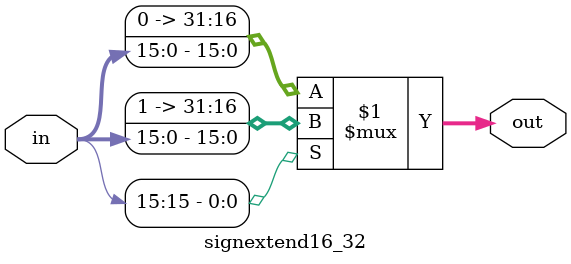
<source format=v>
module signextend16_32 (in, out);
    input wire [15:0]in;
    output wire [31:0]out;

    assign out = (in[15]) ? {16'b1111111111111111, in[15:0]} : {16'b0000000000000000, in[15:0]};
endmodule
</source>
